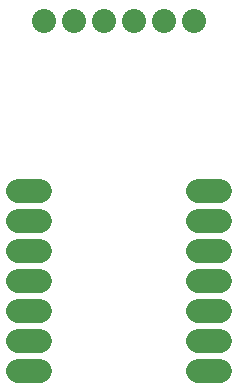
<source format=gbr>
G04 EAGLE Gerber RS-274X export*
G75*
%MOMM*%
%FSLAX34Y34*%
%LPD*%
%INSoldermask Bottom*%
%IPPOS*%
%AMOC8*
5,1,8,0,0,1.08239X$1,22.5*%
G01*
%ADD10C,2.032000*%
%ADD11C,2.032000*%


D10*
X177292Y176530D02*
X196088Y176530D01*
X196088Y151130D02*
X177292Y151130D01*
X177292Y125730D02*
X196088Y125730D01*
X196088Y100330D02*
X177292Y100330D01*
X177292Y74930D02*
X196088Y74930D01*
X196088Y49530D02*
X177292Y49530D01*
X177292Y24130D02*
X196088Y24130D01*
X43688Y176530D02*
X24892Y176530D01*
X24892Y151130D02*
X43688Y151130D01*
X43688Y125730D02*
X24892Y125730D01*
X24892Y100330D02*
X43688Y100330D01*
X43688Y74930D02*
X24892Y74930D01*
X24892Y49530D02*
X43688Y49530D01*
X43688Y24130D02*
X24892Y24130D01*
D11*
X46990Y320040D03*
X72390Y320040D03*
X97790Y320040D03*
X123190Y320040D03*
X148590Y320040D03*
X173990Y320040D03*
M02*

</source>
